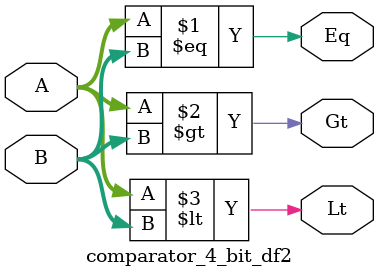
<source format=v>
/***********************************************************
File Name:	comparator_4_bit_df2.v
Author: 	Kevan Thompson
Date:		March 20, 2024
Description: A 4 bit comparator

***********************************************************/

module comparator_4_bit_df2(
    input [3:0] A,
    input [3:0] B,
    output Eq,  //Equal
    output Gt,  //Greater Than  
    output Lt   //Less than
);    

//A equal B    
assign Eq = (A==B); //And all bits of A xnor B

//A Greater than B
assign Gt = (A>B);

//A less than B            
assign Lt = (A<B);            

endmodule
</source>
